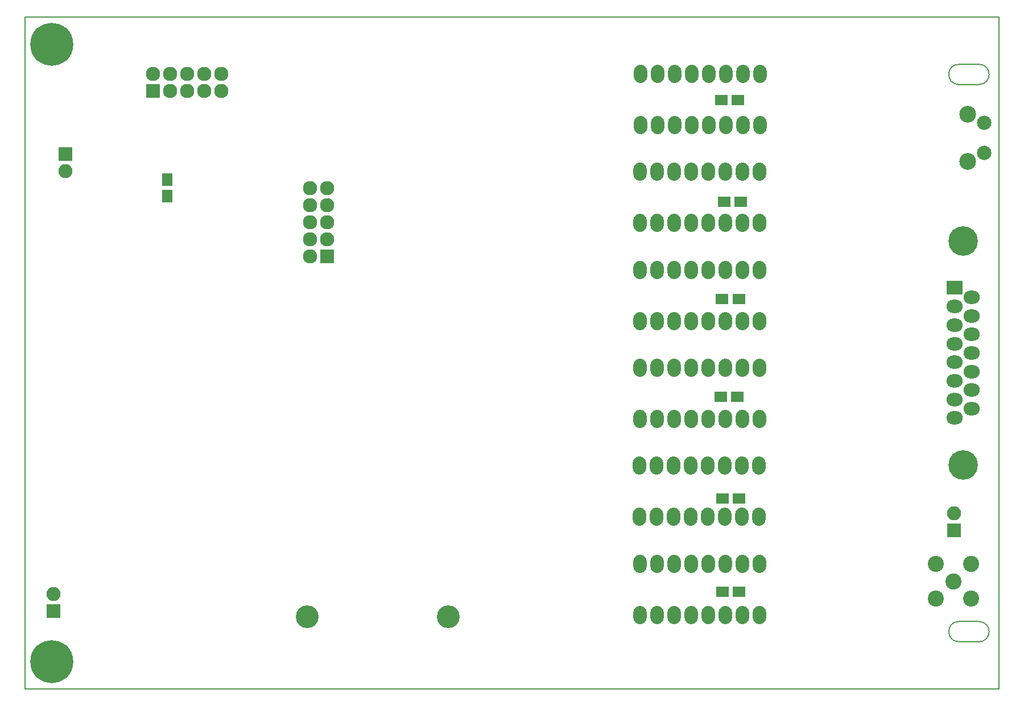
<source format=gbr>
G04 #@! TF.GenerationSoftware,KiCad,Pcbnew,(5.1.2)-1*
G04 #@! TF.CreationDate,2020-05-19T21:26:11+03:00*
G04 #@! TF.ProjectId,switch_controller,73776974-6368-45f6-936f-6e74726f6c6c,rev?*
G04 #@! TF.SameCoordinates,Original*
G04 #@! TF.FileFunction,Soldermask,Bot*
G04 #@! TF.FilePolarity,Negative*
%FSLAX46Y46*%
G04 Gerber Fmt 4.6, Leading zero omitted, Abs format (unit mm)*
G04 Created by KiCad (PCBNEW (5.1.2)-1) date 2020-05-19 21:26:11*
%MOMM*%
%LPD*%
G04 APERTURE LIST*
%ADD10C,0.150000*%
%ADD11C,4.400000*%
%ADD12R,2.400000X2.000000*%
%ADD13O,2.400000X2.000000*%
%ADD14R,2.127200X2.127200*%
%ADD15O,2.127200X2.127200*%
%ADD16R,2.100000X2.100000*%
%ADD17O,2.100000X2.100000*%
%ADD18C,2.400000*%
%ADD19C,6.400000*%
%ADD20O,2.000000X2.700000*%
%ADD21R,1.900000X1.650000*%
%ADD22C,3.400000*%
%ADD23R,1.650000X1.900000*%
%ADD24C,2.500000*%
%ADD25C,2.150000*%
G04 APERTURE END LIST*
D10*
X204000000Y-140000000D02*
X207000000Y-140000000D01*
X204000000Y-143000000D02*
G75*
G02X204000000Y-140000000I0J1500000D01*
G01*
X204000000Y-143000000D02*
X207000000Y-143000000D01*
X207000000Y-140000000D02*
G75*
G02X207000000Y-143000000I0J-1500000D01*
G01*
X204000000Y-60000000D02*
X207000000Y-60000000D01*
X204000000Y-57000000D02*
X207000000Y-57000000D01*
X204000000Y-60000000D02*
G75*
G02X204000000Y-57000000I0J1500000D01*
G01*
X207000000Y-57000000D02*
G75*
G02X207000000Y-60000000I0J-1500000D01*
G01*
X65000000Y-150000000D02*
X65000000Y-50000000D01*
X210000000Y-150000000D02*
X65000000Y-150000000D01*
X210000000Y-50000000D02*
X210000000Y-150000000D01*
X65000000Y-50000000D02*
X210000000Y-50000000D01*
D11*
X204600000Y-116650000D03*
X204600000Y-83350000D03*
D12*
X203330000Y-90305000D03*
D13*
X203330000Y-93075000D03*
X203330000Y-95845000D03*
X203330000Y-98615000D03*
X203330000Y-101385000D03*
X203330000Y-104155000D03*
X203330000Y-106925000D03*
X203330000Y-109695000D03*
X205870000Y-91690000D03*
X205870000Y-94460000D03*
X205870000Y-97230000D03*
X205870000Y-100000000D03*
X205870000Y-102770000D03*
X205870000Y-105540000D03*
X205870000Y-108310000D03*
D14*
X110000000Y-85625000D03*
D15*
X107460000Y-85625000D03*
X110000000Y-83085000D03*
X107460000Y-83085000D03*
X110000000Y-80545000D03*
X107460000Y-80545000D03*
X110000000Y-78005000D03*
X107460000Y-78005000D03*
X110000000Y-75465000D03*
X107460000Y-75465000D03*
D16*
X71050000Y-70400000D03*
D17*
X71050000Y-72940000D03*
D18*
X203200000Y-134000000D03*
X200600000Y-136600000D03*
X200600000Y-131400000D03*
X205800000Y-131400000D03*
X205800000Y-136600000D03*
D19*
X69000000Y-54000000D03*
X69000000Y-146000000D03*
D20*
X174400000Y-58400000D03*
X171860000Y-58400000D03*
X169320000Y-58400000D03*
X166780000Y-58400000D03*
X164240000Y-58400000D03*
X161700000Y-58400000D03*
X159160000Y-58400000D03*
X156620000Y-58400000D03*
X156620000Y-66020000D03*
X159160000Y-66020000D03*
X161700000Y-66020000D03*
X164240000Y-66020000D03*
X166780000Y-66020000D03*
X169320000Y-66020000D03*
X171860000Y-66020000D03*
X174400000Y-66020000D03*
D14*
X84060000Y-60960000D03*
D15*
X84060000Y-58420000D03*
X86600000Y-60960000D03*
X86600000Y-58420000D03*
X89140000Y-60960000D03*
X89140000Y-58420000D03*
X91680000Y-60960000D03*
X91680000Y-58420000D03*
X94220000Y-60960000D03*
X94220000Y-58420000D03*
D20*
X174280000Y-116800000D03*
X171740000Y-116800000D03*
X169200000Y-116800000D03*
X166660000Y-116800000D03*
X164120000Y-116800000D03*
X161580000Y-116800000D03*
X159040000Y-116800000D03*
X156500000Y-116800000D03*
X156500000Y-124420000D03*
X159040000Y-124420000D03*
X161580000Y-124420000D03*
X164120000Y-124420000D03*
X166660000Y-124420000D03*
X169200000Y-124420000D03*
X171740000Y-124420000D03*
X174280000Y-124420000D03*
D21*
X171150000Y-62300000D03*
X168650000Y-62300000D03*
D20*
X174300000Y-131400000D03*
X171760000Y-131400000D03*
X169220000Y-131400000D03*
X166680000Y-131400000D03*
X164140000Y-131400000D03*
X161600000Y-131400000D03*
X159060000Y-131400000D03*
X156520000Y-131400000D03*
X156520000Y-139020000D03*
X159060000Y-139020000D03*
X161600000Y-139020000D03*
X164140000Y-139020000D03*
X166680000Y-139020000D03*
X169220000Y-139020000D03*
X171760000Y-139020000D03*
X174300000Y-139020000D03*
D16*
X69250000Y-138440000D03*
D17*
X69250000Y-135900000D03*
D22*
X128000000Y-139300000D03*
X107000000Y-139300000D03*
D16*
X203250000Y-126450000D03*
D17*
X203250000Y-123910000D03*
D21*
X171300000Y-135550000D03*
X168800000Y-135550000D03*
X171300000Y-121650000D03*
X168800000Y-121650000D03*
X171050000Y-106500000D03*
X168550000Y-106500000D03*
X171250000Y-92000000D03*
X168750000Y-92000000D03*
X171550000Y-77500000D03*
X169050000Y-77500000D03*
D23*
X86150000Y-74140000D03*
X86150000Y-76640000D03*
D20*
X174300000Y-73000000D03*
X171760000Y-73000000D03*
X169220000Y-73000000D03*
X166680000Y-73000000D03*
X164140000Y-73000000D03*
X161600000Y-73000000D03*
X159060000Y-73000000D03*
X156520000Y-73000000D03*
X156520000Y-80620000D03*
X159060000Y-80620000D03*
X161600000Y-80620000D03*
X164140000Y-80620000D03*
X166680000Y-80620000D03*
X169220000Y-80620000D03*
X171760000Y-80620000D03*
X174300000Y-80620000D03*
X174300000Y-87600000D03*
X171760000Y-87600000D03*
X169220000Y-87600000D03*
X166680000Y-87600000D03*
X164140000Y-87600000D03*
X161600000Y-87600000D03*
X159060000Y-87600000D03*
X156520000Y-87600000D03*
X156520000Y-95220000D03*
X159060000Y-95220000D03*
X161600000Y-95220000D03*
X164140000Y-95220000D03*
X166680000Y-95220000D03*
X169220000Y-95220000D03*
X171760000Y-95220000D03*
X174300000Y-95220000D03*
X174300000Y-102200000D03*
X171760000Y-102200000D03*
X169220000Y-102200000D03*
X166680000Y-102200000D03*
X164140000Y-102200000D03*
X161600000Y-102200000D03*
X159060000Y-102200000D03*
X156520000Y-102200000D03*
X156520000Y-109820000D03*
X159060000Y-109820000D03*
X161600000Y-109820000D03*
X164140000Y-109820000D03*
X166680000Y-109820000D03*
X169220000Y-109820000D03*
X171760000Y-109820000D03*
X174300000Y-109820000D03*
D24*
X205310000Y-71460000D03*
D25*
X207800000Y-70200000D03*
X207800000Y-65700000D03*
D24*
X205310000Y-64450000D03*
M02*

</source>
